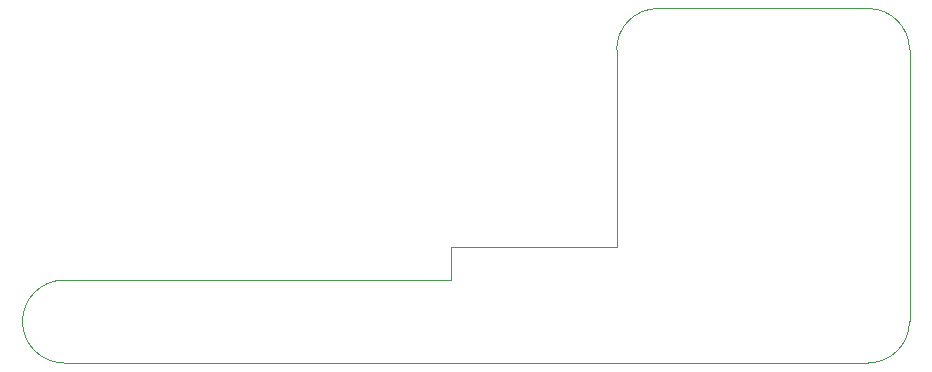
<source format=gm1>
%TF.GenerationSoftware,KiCad,Pcbnew,8.0.8*%
%TF.CreationDate,2025-02-24T22:21:26-07:00*%
%TF.ProjectId,ECE Capstone PCB Design,45434520-4361-4707-9374-6f6e65205043,rev?*%
%TF.SameCoordinates,Original*%
%TF.FileFunction,Profile,NP*%
%FSLAX46Y46*%
G04 Gerber Fmt 4.6, Leading zero omitted, Abs format (unit mm)*
G04 Created by KiCad (PCBNEW 8.0.8) date 2025-02-24 22:21:26*
%MOMM*%
%LPD*%
G01*
G04 APERTURE LIST*
%TA.AperFunction,Profile*%
%ADD10C,0.050000*%
%TD*%
G04 APERTURE END LIST*
D10*
X232949874Y-136250000D02*
X200149874Y-136250000D01*
X196649874Y-139750000D02*
G75*
G02*
X200149874Y-136249974I3500026J0D01*
G01*
X271749874Y-139750000D02*
X271749874Y-116750000D01*
X232949874Y-136250000D02*
X232949874Y-133450000D01*
X268249874Y-143250000D02*
X200149874Y-143250000D01*
X246949874Y-133450000D02*
X246949874Y-116750000D01*
X268249874Y-113250000D02*
G75*
G02*
X271749900Y-116750000I26J-3500000D01*
G01*
X232949874Y-133450000D02*
X246949874Y-133450000D01*
X271749874Y-139750000D02*
G75*
G02*
X268249874Y-143249974I-3499974J0D01*
G01*
X250449874Y-113250000D02*
X268249874Y-113250000D01*
X200149874Y-143250000D02*
G75*
G02*
X196649900Y-139750000I26J3500000D01*
G01*
X246949874Y-116750000D02*
G75*
G02*
X250449874Y-113249974I3500026J0D01*
G01*
M02*

</source>
